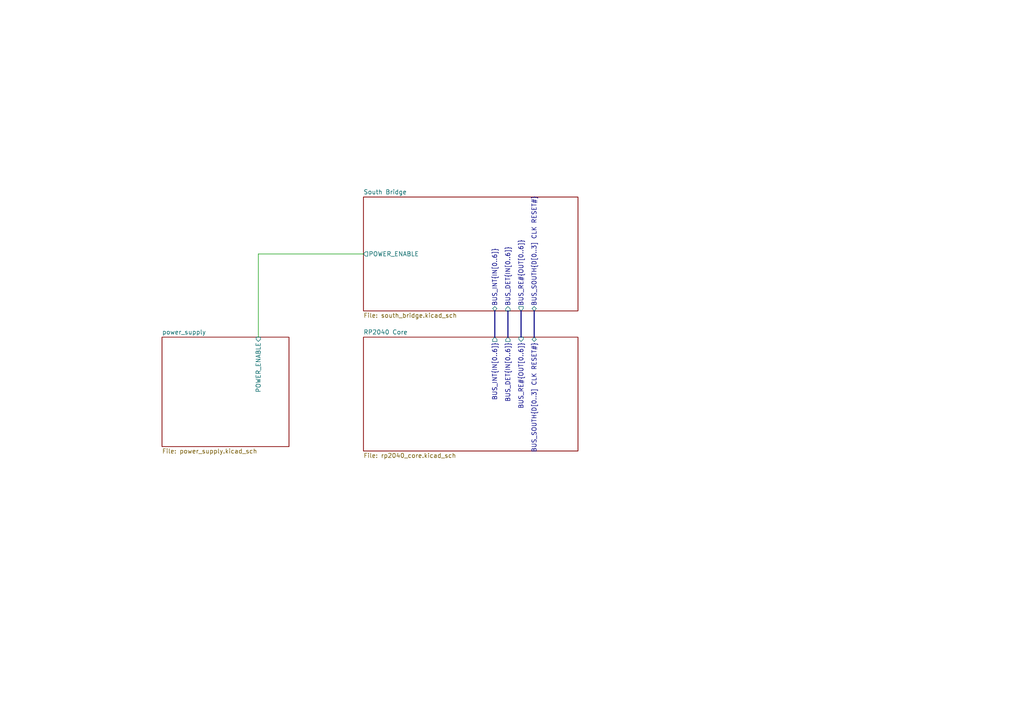
<source format=kicad_sch>
(kicad_sch (version 20221004) (generator eeschema)

  (uuid e63e39d7-6ac0-4ffd-8aa3-1841a4541b55)

  (paper "A4")

  (title_block
    (title "MSPC")
    (date "2022-11-14")
    (rev "1")
    (company "Mateusz Stadnik")
  )

  (lib_symbols
  )


  (bus (pts (xy 143.51 90.17) (xy 143.51 97.79))
    (stroke (width 0) (type default))
    (uuid 6f398af8-b70c-4340-a169-5928a70f7de7)
  )
  (bus (pts (xy 147.32 90.17) (xy 147.32 97.79))
    (stroke (width 0) (type default))
    (uuid 76552979-85a3-4a00-aef6-514694472d67)
  )
  (bus (pts (xy 154.94 90.17) (xy 154.94 97.79))
    (stroke (width 0) (type default))
    (uuid a1033dd0-9813-4c2a-ad9b-2e0e3f1240f6)
  )

  (wire (pts (xy 74.93 73.66) (xy 105.41 73.66))
    (stroke (width 0) (type default))
    (uuid cd14588d-61d7-4f8d-9c3b-e33bae68c590)
  )
  (bus (pts (xy 151.13 90.17) (xy 151.13 97.79))
    (stroke (width 0) (type default))
    (uuid f4afc7a5-8504-4171-a424-1b7cfb0cda5e)
  )

  (wire (pts (xy 74.93 97.79) (xy 74.93 73.66))
    (stroke (width 0) (type default))
    (uuid f7c34e5e-3eeb-4ad5-ae25-ae6cac65a03e)
  )

  (sheet (at 46.99 97.79) (size 36.83 31.75) (fields_autoplaced)
    (stroke (width 0.1524) (type solid))
    (fill (color 0 0 0 0.0000))
    (uuid 8c334f51-6a0b-406c-9f2c-47b0eaeba7c1)
    (property "Sheetname" "power_supply" (at 46.99 97.0784 0)
      (effects (font (size 1.27 1.27)) (justify left bottom))
    )
    (property "Sheetfile" "power_supply.kicad_sch" (at 46.99 130.1246 0)
      (effects (font (size 1.27 1.27)) (justify left top))
    )
    (pin "POWER_ENABLE" input (at 74.93 97.79 90)
      (effects (font (size 1.27 1.27)) (justify right))
      (uuid 13d41e65-24d8-4bc1-91d4-aa56d790d737)
    )
  )

  (sheet (at 105.41 97.79) (size 62.23 33.02) (fields_autoplaced)
    (stroke (width 0.1524) (type solid))
    (fill (color 0 0 0 0.0000))
    (uuid 90a5bc85-07ac-4ee1-af41-887c984cc4b9)
    (property "Sheetname" "RP2040 Core" (at 105.41 97.0784 0)
      (effects (font (size 1.27 1.27)) (justify left bottom))
    )
    (property "Sheetfile" "rp2040_core.kicad_sch" (at 105.41 131.3946 0)
      (effects (font (size 1.27 1.27)) (justify left top))
    )
    (pin "BUS_SOUTH{D[0..3] CLK RESET#}" bidirectional (at 154.94 97.79 90)
      (effects (font (size 1.27 1.27)) (justify right))
      (uuid 5fd03799-e76f-42c2-96fe-42ec0761c262)
    )
    (pin "BUS_RE#{OUT[0..6]}" input (at 151.13 97.79 90)
      (effects (font (size 1.27 1.27)) (justify right))
      (uuid 37a53dfe-734b-4f5f-9161-9e98b525d088)
    )
    (pin "BUS_DET{IN[0..6]}" output (at 147.32 97.79 90)
      (effects (font (size 1.27 1.27)) (justify right))
      (uuid 909b2e6d-3131-4a6d-be20-a3ef86980595)
    )
    (pin "BUS_INT{IN[0..6]}" output (at 143.51 97.79 90)
      (effects (font (size 1.27 1.27)) (justify right))
      (uuid d3a26c3e-65cb-486f-b1a1-5a2087dfe8a3)
    )
  )

  (sheet (at 105.41 57.15) (size 62.23 33.02) (fields_autoplaced)
    (stroke (width 0.1524) (type solid))
    (fill (color 0 0 0 0.0000))
    (uuid ee636c63-5fee-42d9-b500-aef9f04ef5c4)
    (property "Sheetname" "South Bridge" (at 105.41 56.4384 0)
      (effects (font (size 1.27 1.27)) (justify left bottom))
    )
    (property "Sheetfile" "south_bridge.kicad_sch" (at 105.41 90.7546 0)
      (effects (font (size 1.27 1.27)) (justify left top))
    )
    (pin "BUS_DET{IN[0..6]}" input (at 147.32 90.17 270)
      (effects (font (size 1.27 1.27)) (justify left))
      (uuid f9ffccd2-5792-4d5e-8aba-c7f07a584ca7)
    )
    (pin "BUS_RE#{OUT[0..6]}" output (at 151.13 90.17 270)
      (effects (font (size 1.27 1.27)) (justify left))
      (uuid 1dcf9b50-9a48-4c4e-b33f-9e8d7fff7b34)
    )
    (pin "BUS_SOUTH{D[0..3] CLK RESET#}" bidirectional (at 154.94 90.17 270)
      (effects (font (size 1.27 1.27)) (justify left))
      (uuid fab6ce79-cf1e-4ac5-a10e-a4c08d99a826)
    )
    (pin "POWER_ENABLE" output (at 105.41 73.66 180)
      (effects (font (size 1.27 1.27)) (justify left))
      (uuid 3ac30b04-6ce3-47dc-95be-d747c18de7b2)
    )
    (pin "BUS_INT{IN[0..6]}" bidirectional (at 143.51 90.17 270)
      (effects (font (size 1.27 1.27)) (justify left))
      (uuid 344dbc7c-7310-4947-aa5f-ed3f21caa060)
    )
  )

  (sheet_instances
    (path "/e63e39d7-6ac0-4ffd-8aa3-1841a4541b55" (page "1"))
    (path "/e63e39d7-6ac0-4ffd-8aa3-1841a4541b55/90a5bc85-07ac-4ee1-af41-887c984cc4b9" (page "2"))
    (path "/e63e39d7-6ac0-4ffd-8aa3-1841a4541b55/8c334f51-6a0b-406c-9f2c-47b0eaeba7c1" (page "3"))
    (path "/e63e39d7-6ac0-4ffd-8aa3-1841a4541b55/ee636c63-5fee-42d9-b500-aef9f04ef5c4/5992df64-4101-4a52-b6a6-07d8f4453a45" (page "4"))
    (path "/e63e39d7-6ac0-4ffd-8aa3-1841a4541b55/ee636c63-5fee-42d9-b500-aef9f04ef5c4" (page "9"))
    (path "/e63e39d7-6ac0-4ffd-8aa3-1841a4541b55/ee636c63-5fee-42d9-b500-aef9f04ef5c4/82247a11-188e-40f6-a2f8-9149daba124e" (page "10"))
    (path "/e63e39d7-6ac0-4ffd-8aa3-1841a4541b55/ee636c63-5fee-42d9-b500-aef9f04ef5c4/e2a0288b-5594-4970-9369-10c890ff0b60" (page "11"))
    (path "/e63e39d7-6ac0-4ffd-8aa3-1841a4541b55/ee636c63-5fee-42d9-b500-aef9f04ef5c4/b34a86cb-f778-45af-b876-f75dc7b3f02d" (page "12"))
    (path "/e63e39d7-6ac0-4ffd-8aa3-1841a4541b55/ee636c63-5fee-42d9-b500-aef9f04ef5c4/2f8d2ed3-bd82-4f8a-ae27-6fa7e5d02426" (page "13"))
    (path "/e63e39d7-6ac0-4ffd-8aa3-1841a4541b55/ee636c63-5fee-42d9-b500-aef9f04ef5c4/9c458a31-8cc6-4b30-bfc6-26fedc686704" (page "14"))
    (path "/e63e39d7-6ac0-4ffd-8aa3-1841a4541b55/ee636c63-5fee-42d9-b500-aef9f04ef5c4/e539fd0d-6f44-42c6-b17c-465bf8b74b11" (page "15"))
    (path "/e63e39d7-6ac0-4ffd-8aa3-1841a4541b55/90a5bc85-07ac-4ee1-af41-887c984cc4b9/fda91f01-15e3-49e1-9dbc-660155d6725a" (page "16"))
    (path "/e63e39d7-6ac0-4ffd-8aa3-1841a4541b55/90a5bc85-07ac-4ee1-af41-887c984cc4b9/78fa6cb9-f921-4861-9f70-f5ecadaf057b" (page "17"))
    (path "/e63e39d7-6ac0-4ffd-8aa3-1841a4541b55/90a5bc85-07ac-4ee1-af41-887c984cc4b9/e8a0e619-f78c-4b86-bbf0-84ff0e9ddba1" (page "18"))
  )
)

</source>
